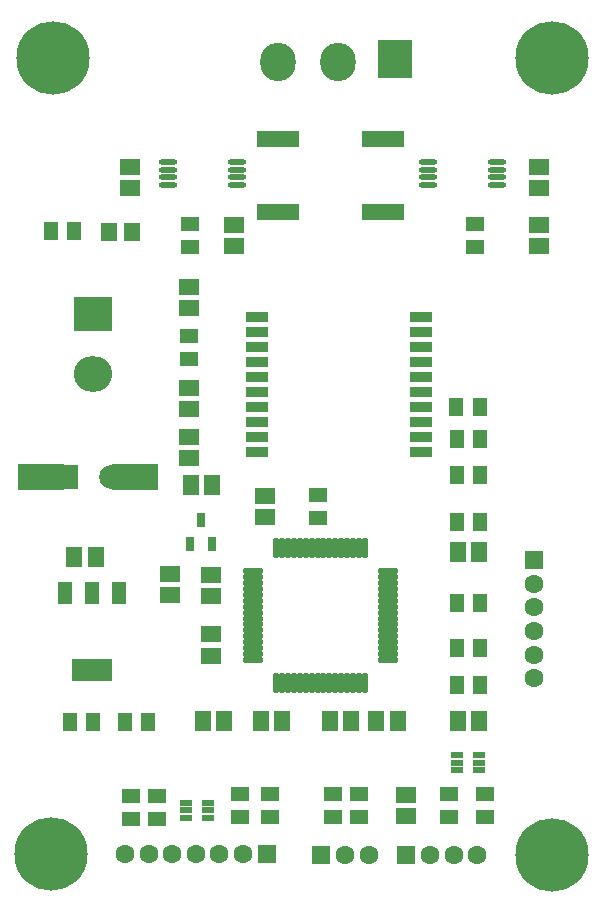
<source format=gts>
G04*
G04 #@! TF.GenerationSoftware,Altium Limited,Altium Designer,18.1.6 (161)*
G04*
G04 Layer_Color=8388736*
%FSTAX24Y24*%
%MOIN*%
G70*
G01*
G75*
%ADD34R,0.0394X0.0197*%
%ADD35R,0.0611X0.0493*%
G04:AMPARAMS|DCode=36|XSize=69.4mil|YSize=19mil|CornerRadius=6.8mil|HoleSize=0mil|Usage=FLASHONLY|Rotation=0.000|XOffset=0mil|YOffset=0mil|HoleType=Round|Shape=RoundedRectangle|*
%AMROUNDEDRECTD36*
21,1,0.0694,0.0055,0,0,0.0*
21,1,0.0559,0.0190,0,0,0.0*
1,1,0.0135,0.0280,-0.0028*
1,1,0.0135,-0.0280,-0.0028*
1,1,0.0135,-0.0280,0.0028*
1,1,0.0135,0.0280,0.0028*
%
%ADD36ROUNDEDRECTD36*%
G04:AMPARAMS|DCode=37|XSize=69.4mil|YSize=19mil|CornerRadius=6.8mil|HoleSize=0mil|Usage=FLASHONLY|Rotation=270.000|XOffset=0mil|YOffset=0mil|HoleType=Round|Shape=RoundedRectangle|*
%AMROUNDEDRECTD37*
21,1,0.0694,0.0055,0,0,270.0*
21,1,0.0559,0.0190,0,0,270.0*
1,1,0.0135,-0.0028,-0.0280*
1,1,0.0135,-0.0028,0.0280*
1,1,0.0135,0.0028,0.0280*
1,1,0.0135,0.0028,-0.0280*
%
%ADD37ROUNDEDRECTD37*%
%ADD38R,0.0316X0.0474*%
%ADD39R,0.0552X0.0671*%
%ADD40R,0.0671X0.0552*%
%ADD41R,0.0552X0.0592*%
%ADD42R,0.0493X0.0611*%
%ADD43R,0.1438X0.0533*%
%ADD44R,0.1379X0.0730*%
%ADD45R,0.0454X0.0730*%
%ADD46O,0.0612X0.0179*%
%ADD47R,0.0749X0.0344*%
%ADD48R,0.0749X0.0344*%
%ADD49R,0.1580X0.0867*%
%ADD50C,0.0631*%
%ADD51R,0.0631X0.0631*%
%ADD52C,0.2442*%
%ADD53R,0.0631X0.0631*%
%ADD54R,0.1180X0.1280*%
%ADD55O,0.1180X0.1280*%
%ADD56R,0.1280X0.1180*%
%ADD57O,0.1280X0.1180*%
%ADD58R,0.0789X0.0789*%
%ADD59C,0.0789*%
D34*
X034992Y024146D02*
D03*
Y024402D02*
D03*
X034283D02*
D03*
Y024146D02*
D03*
Y02389D02*
D03*
X034992D02*
D03*
X025965Y022298D02*
D03*
X025256D02*
D03*
Y022554D02*
D03*
Y02281D02*
D03*
X025965D02*
D03*
Y022554D02*
D03*
D35*
X030125Y023114D02*
D03*
Y022346D02*
D03*
X031003Y023114D02*
D03*
Y022346D02*
D03*
X029625Y032301D02*
D03*
Y033069D02*
D03*
X02534Y038364D02*
D03*
Y037596D02*
D03*
X034874Y041343D02*
D03*
Y042111D02*
D03*
X025374Y041343D02*
D03*
Y042111D02*
D03*
X034005Y023114D02*
D03*
Y022346D02*
D03*
X03522Y023114D02*
D03*
Y022346D02*
D03*
X028029D02*
D03*
Y023114D02*
D03*
X027037Y022346D02*
D03*
Y023114D02*
D03*
X024268Y022266D02*
D03*
Y023034D02*
D03*
X02339Y022256D02*
D03*
Y023024D02*
D03*
D36*
X03196Y030525D02*
D03*
Y030328D02*
D03*
Y030131D02*
D03*
Y029934D02*
D03*
Y029737D02*
D03*
Y029541D02*
D03*
Y029344D02*
D03*
Y029147D02*
D03*
Y02895D02*
D03*
Y028753D02*
D03*
Y028556D02*
D03*
Y028359D02*
D03*
Y028163D02*
D03*
Y027966D02*
D03*
Y027769D02*
D03*
Y027572D02*
D03*
X027488D02*
D03*
Y027769D02*
D03*
Y027966D02*
D03*
Y028163D02*
D03*
Y028359D02*
D03*
Y028556D02*
D03*
Y028753D02*
D03*
Y02895D02*
D03*
Y029147D02*
D03*
Y029344D02*
D03*
Y029541D02*
D03*
Y029737D02*
D03*
Y029934D02*
D03*
Y030131D02*
D03*
Y030328D02*
D03*
Y030525D02*
D03*
D37*
X0312Y026812D02*
D03*
X031003D02*
D03*
X030806D02*
D03*
X03061D02*
D03*
X030413D02*
D03*
X030216D02*
D03*
X030019D02*
D03*
X029822D02*
D03*
X029625D02*
D03*
X029429D02*
D03*
X029232D02*
D03*
X029035D02*
D03*
X028838D02*
D03*
X028641D02*
D03*
X028444D02*
D03*
X028247D02*
D03*
Y031285D02*
D03*
X028444D02*
D03*
X028641D02*
D03*
X028838D02*
D03*
X029035D02*
D03*
X029232D02*
D03*
X029429D02*
D03*
X029625D02*
D03*
X029822D02*
D03*
X030019D02*
D03*
X030216D02*
D03*
X030413D02*
D03*
X03061D02*
D03*
X030806D02*
D03*
X031003D02*
D03*
X0312D02*
D03*
D38*
X025366Y031446D02*
D03*
X026114D02*
D03*
X02574Y032234D02*
D03*
D39*
X03501Y025521D02*
D03*
X034301D02*
D03*
X030026Y025521D02*
D03*
X030734D02*
D03*
X03501Y031165D02*
D03*
X034301D02*
D03*
X028445Y025521D02*
D03*
X027736D02*
D03*
X022231Y030985D02*
D03*
X021523D02*
D03*
X026109Y033408D02*
D03*
X0254D02*
D03*
X026504Y025521D02*
D03*
X025796D02*
D03*
X032294Y025521D02*
D03*
X031586D02*
D03*
D40*
X02788Y033035D02*
D03*
Y032326D02*
D03*
X02607Y029706D02*
D03*
Y030414D02*
D03*
Y02771D02*
D03*
Y028419D02*
D03*
X03258Y02308D02*
D03*
Y022371D02*
D03*
X024702Y030436D02*
D03*
Y029728D02*
D03*
X02534Y034994D02*
D03*
Y034286D02*
D03*
X037009Y044016D02*
D03*
Y043307D02*
D03*
X02338D02*
D03*
Y044016D02*
D03*
X02535Y035931D02*
D03*
Y03664D02*
D03*
Y0393D02*
D03*
Y040009D02*
D03*
X037009Y041368D02*
D03*
Y042077D02*
D03*
X02684Y041368D02*
D03*
Y042077D02*
D03*
D41*
X022685Y04185D02*
D03*
X023452D02*
D03*
D42*
X034276Y02948D02*
D03*
X035044D02*
D03*
X034276Y02798D02*
D03*
X035044D02*
D03*
X034276Y03218D02*
D03*
X035044D02*
D03*
X034276Y02674D02*
D03*
X035044D02*
D03*
X020752Y04188D02*
D03*
X02152D02*
D03*
X034276Y03374D02*
D03*
X035044D02*
D03*
X034256Y036002D02*
D03*
X035024D02*
D03*
X034276Y034932D02*
D03*
X035044D02*
D03*
X021365Y025496D02*
D03*
X022132D02*
D03*
X023962D02*
D03*
X023194D02*
D03*
D43*
X031808Y044931D02*
D03*
Y042509D02*
D03*
X02832D02*
D03*
Y044931D02*
D03*
D44*
X02211Y027228D02*
D03*
D45*
X021204Y029807D02*
D03*
X02211D02*
D03*
X023016D02*
D03*
D46*
X033295Y044171D02*
D03*
Y043915D02*
D03*
Y04366D02*
D03*
Y043404D02*
D03*
X035599Y044171D02*
D03*
Y043915D02*
D03*
Y04366D02*
D03*
Y043404D02*
D03*
X024627Y044172D02*
D03*
Y043916D02*
D03*
Y04366D02*
D03*
Y043404D02*
D03*
X026932Y044172D02*
D03*
Y043916D02*
D03*
Y04366D02*
D03*
Y043404D02*
D03*
D47*
X027612Y039D02*
D03*
X027611Y0385D02*
D03*
Y038D02*
D03*
Y0375D02*
D03*
X027611Y037D02*
D03*
X027611Y0365D02*
D03*
Y036D02*
D03*
Y0355D02*
D03*
X027612Y0345D02*
D03*
X027611Y035D02*
D03*
D48*
X033089Y0385D02*
D03*
X033088Y039D02*
D03*
X033089Y038D02*
D03*
Y0375D02*
D03*
Y037D02*
D03*
X033089Y0365D02*
D03*
X033089Y036D02*
D03*
Y0355D02*
D03*
Y035D02*
D03*
X033088Y0345D02*
D03*
D49*
X020405Y03366D02*
D03*
X023555D02*
D03*
D50*
X031327Y02107D02*
D03*
X03054D02*
D03*
X027143Y02111D02*
D03*
X026355D02*
D03*
X025568D02*
D03*
X02478D02*
D03*
X023993D02*
D03*
X023206D02*
D03*
X03685Y03011D02*
D03*
Y029323D02*
D03*
Y028535D02*
D03*
Y027748D02*
D03*
Y02696D02*
D03*
X034951Y02107D02*
D03*
X034164D02*
D03*
X033376D02*
D03*
D51*
X029753D02*
D03*
X02793Y02111D02*
D03*
X032589Y02107D02*
D03*
D52*
X0208Y047638D02*
D03*
X03745Y02108D02*
D03*
X02074Y0211D02*
D03*
X037444Y047638D02*
D03*
D53*
X03685Y030897D02*
D03*
D54*
X032215Y047598D02*
D03*
D55*
X030315Y047498D02*
D03*
X028315D02*
D03*
D56*
X02215Y0391D02*
D03*
D57*
Y0371D02*
D03*
D58*
X02123Y03366D02*
D03*
D59*
X02273D02*
D03*
M02*

</source>
